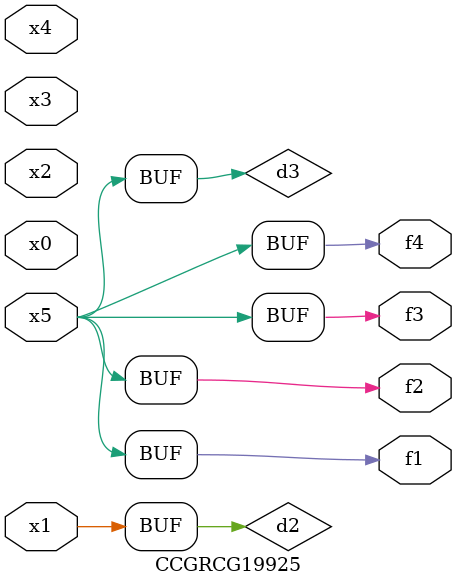
<source format=v>
module CCGRCG19925(
	input x0, x1, x2, x3, x4, x5,
	output f1, f2, f3, f4
);

	wire d1, d2, d3;

	not (d1, x5);
	or (d2, x1);
	xnor (d3, d1);
	assign f1 = d3;
	assign f2 = d3;
	assign f3 = d3;
	assign f4 = d3;
endmodule

</source>
